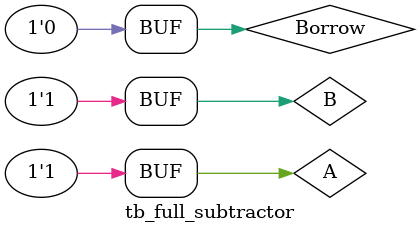
<source format=v>
module full_subtractor(Difference,BorrowOut,A,B,Borrow);
    input A, B, Borrow;
    output Difference, BorrowOut;
  
    wire w1,w2,w3;
  
  xor xor1(w1,A,B);
  xor xor2(Difference,w1,Borrow);
  and and1(w2,A,B);
  and and2(w3,w1,Borrow);
  or   or1(BorrowOut,w2,w3);
  
endmodule

module tb_full_subtractor;
    reg A, B, Borrow;
    wire Difference, BorrowOut;

  full_subtractor FS(Difference,BorrowOut,A,B,Borrow);
    
    initial begin
          A = 1;B = 0;Borrow = 0;
     #5   A = 0;B = 1;Borrow = 1;
     #5   A = 1;B = 1;Borrow = 0;
    end
    
  initial 
      $monitor($time,"\t, A=%b, B=%b, Borrow=%b, Difference=%b, BorrowOut=%b", A, B, Borrow, Difference, BorrowOut);
   
endmodule

</source>
